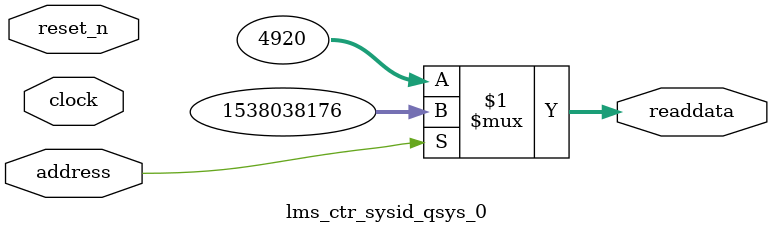
<source format=v>



// synthesis translate_off
`timescale 1ns / 1ps
// synthesis translate_on

// turn off superfluous verilog processor warnings 
// altera message_level Level1 
// altera message_off 10034 10035 10036 10037 10230 10240 10030 

module lms_ctr_sysid_qsys_0 (
               // inputs:
                address,
                clock,
                reset_n,

               // outputs:
                readdata
             )
;

  output  [ 31: 0] readdata;
  input            address;
  input            clock;
  input            reset_n;

  wire    [ 31: 0] readdata;
  //control_slave, which is an e_avalon_slave
  assign readdata = address ? 1538038176 : 4920;

endmodule



</source>
